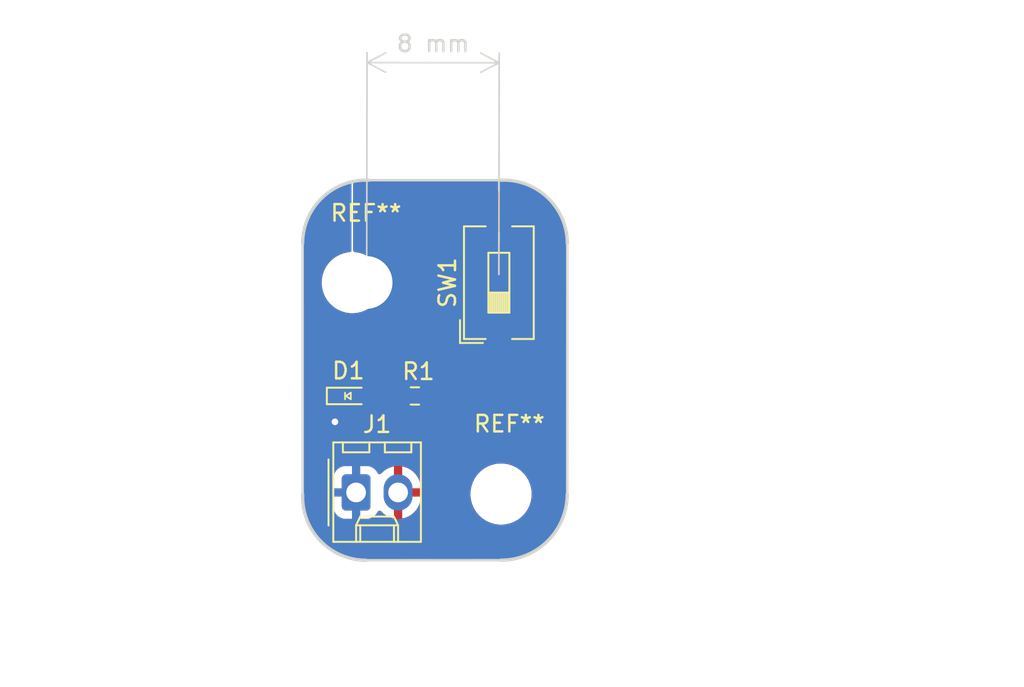
<source format=kicad_pcb>
(kicad_pcb (version 20221018) (generator pcbnew)
  (title_block (title "Onboarding LED Project") (date "2022-08-16") (rev "0.0") (company "Illini Solar Car") (comment 1 "Designed By: Martin Xu"))
  (layers (0 "F.Cu" signal) (31 "B.Cu" signal) (34 "B.Paste" user) (35 "F.Paste" user) (36 "B.SilkS" user "B.Silkscreen") (37 "F.SilkS" user "F.Silkscreen") (38 "B.Mask" user) (39 "F.Mask" user) (44 "Edge.Cuts" user))
  (net 0 "")
  (net 1 "GND")
  (net 2 "Net-(D1-A)")
  (net 3 "+3V3")
  (net 4 "Net-(R1-Pad1)")
  (footprint "MountingHole:MountingHole_3.2mm_M3" (layer "F.Cu") (at 62.83 92.19)
    (fp_text reference "REF**" (at 0 -4.2) (layer "F.SilkS"))
    (fp_text value "MountingHole_3.2mm_M3")
    (pad "" np_thru_hole circle (at 0 0) (size 3.2 3.2) (drill 3.2) (layers "*.Cu" "*.Mask"))
  )
  (footprint "MountingHole:MountingHole_3.2mm_M3" (layer "F.Cu") (at 71 105)
    (fp_text reference "REF**" (at 0.5 -4.25) (layer "F.SilkS"))
    (fp_text value "MountingHole_3.2mm_M3")
    (pad "" np_thru_hole circle (at 0 0) (size 3.2 3.2) (drill 3.2) (layers "*.Cu" "*.Mask"))
  )
  (footprint "Resistor_SMD:R_0603_1608Metric_Pad0.98x0.95mm_HandSolder" (layer "F.Cu") (at 65.786 99.06 180)
    (fp_text reference "R1" (at -0.214 1.485) (layer "F.SilkS"))
    (fp_text value "105")
    (fp_line (start -0.254724 -0.5225) (end 0.254724 -0.5225) (stroke (width 0.12)) (layer "F.SilkS"))
    (fp_line (start -0.254724 0.5225) (end 0.254724 0.5225) (stroke (width 0.12)) (layer "F.SilkS"))
    (pad "1" smd roundrect (at -0.9125 0 180) (size 0.975 0.95) (layers "F.Cu" "F.Paste" "F.Mask") (net 4 "Net-(R1-Pad1)"))
    (pad "2" smd roundrect (at 0.9125 0 180) (size 0.975 0.95) (layers "F.Cu" "F.Paste" "F.Mask") (net 2 "Net-(D1-A)"))
  )
  (footprint "Button_Switch_SMD:SW_DIP_SPSTx01_Slide_6.7x4.1mm_W8.61mm_P2.54mm_LowProfile" (layer "F.Cu") (at 70.866 92.202 90)
    (fp_text reference "SW1" (at 0 -3.11 90) (layer "F.SilkS"))
    (fp_text value "SW_Push")
    (fp_line (start -3.65 -2.35) (end -3.65 -0.967) (stroke (width 0.12)) (layer "F.SilkS"))
    (fp_line (start -3.65 -2.35) (end -2.267 -2.35) (stroke (width 0.12)) (layer "F.SilkS"))
    (fp_line (start -3.41 -2.11) (end -3.41 -0.8) (stroke (width 0.12)) (layer "F.SilkS"))
    (fp_line (start -3.41 -2.11) (end 3.41 -2.11) (stroke (width 0.12)) (layer "F.SilkS"))
    (fp_line (start -3.41 0.8) (end -3.41 2.11) (stroke (width 0.12)) (layer "F.SilkS"))
    (fp_line (start -3.41 2.11) (end 3.41 2.11) (stroke (width 0.12)) (layer "F.SilkS"))
    (fp_line (start -1.81 -0.635) (end -1.81 0.635) (stroke (width 0.12)) (layer "F.SilkS"))
    (fp_line (start -1.81 -0.515) (end -0.603333 -0.515) (stroke (width 0.12)) (layer "F.SilkS"))
    (fp_line (start -1.81 -0.395) (end -0.603333 -0.395) (stroke (width 0.12)) (layer "F.SilkS"))
    (fp_line (start -1.81 -0.275) (end -0.603333 -0.275) (stroke (width 0.12)) (layer "F.SilkS"))
    (fp_line (start -1.81 -0.155) (end -0.603333 -0.155) (stroke (width 0.12)) (layer "F.SilkS"))
    (fp_line (start -1.81 -0.035) (end -0.603333 -0.035) (stroke (width 0.12)) (layer "F.SilkS"))
    (fp_line (start -1.81 0.085) (end -0.603333 0.085) (stroke (width 0.12)) (layer "F.SilkS"))
    (fp_line (start -1.81 0.205) (end -0.603333 0.205) (stroke (width 0.12)) (layer "F.SilkS"))
    (fp_line (start -1.81 0.325) (end -0.603333 0.325) (stroke (width 0.12)) (layer "F.SilkS"))
    (fp_line (start -1.81 0.445) (end -0.603333 0.445) (stroke (width 0.12)) (layer "F.SilkS"))
    (fp_line (start -1.81 0.565) (end -0.603333 0.565) (stroke (width 0.12)) (layer "F.SilkS"))
    (fp_line (start -1.81 0.635) (end 1.81 0.635) (stroke (width 0.12)) (layer "F.SilkS"))
    (fp_line (start -0.603333 -0.635) (end -0.603333 0.635) (stroke (width 0.12)) (layer "F.SilkS"))
    (fp_line (start 1.81 -0.635) (end -1.81 -0.635) (stroke (width 0.12)) (layer "F.SilkS"))
    (fp_line (start 1.81 0.635) (end 1.81 -0.635) (stroke (width 0.12)) (layer "F.SilkS"))
    (fp_line (start 3.41 -2.11) (end 3.41 -0.8) (stroke (width 0.12)) (layer "F.SilkS"))
    (fp_line (start 3.41 0.8) (end 3.41 2.11) (stroke (width 0.12)) (layer "F.SilkS"))
    (pad "1" smd rect (at -4.305 0 90) (size 2.44 1.12) (layers "F.Cu" "F.Paste" "F.Mask") (net 3 "+3V3"))
    (pad "2" smd rect (at 4.305 0 90) (size 2.44 1.12) (layers "F.Cu" "F.Paste" "F.Mask") (net 4 "Net-(R1-Pad1)"))
  )
  (footprint "Connector_Molex:Molex_KK-254_AE-6410-02A_1x02_P2.54mm_Vertical" (layer "F.Cu") (at 62.23 104.902)
    (fp_text reference "J1" (at 1.27 -4.12) (layer "F.SilkS"))
    (fp_text value "Conn_01x02")
    (fp_line (start -1.67 -2) (end -1.67 2) (stroke (width 0.12)) (layer "F.SilkS"))
    (fp_line (start -1.38 -3.03) (end -1.38 2.99) (stroke (width 0.12)) (layer "F.SilkS"))
    (fp_line (start -1.38 2.99) (end 3.92 2.99) (stroke (width 0.12)) (layer "F.SilkS"))
    (fp_line (start -0.8 -3.03) (end -0.8 -2.43) (stroke (width 0.12)) (layer "F.SilkS"))
    (fp_line (start -0.8 -2.43) (end 0.8 -2.43) (stroke (width 0.12)) (layer "F.SilkS"))
    (fp_line (start 0 1.99) (end 0.25 1.46) (stroke (width 0.12)) (layer "F.SilkS"))
    (fp_line (start 0 1.99) (end 2.54 1.99) (stroke (width 0.12)) (layer "F.SilkS"))
    (fp_line (start 0 2.99) (end 0 1.99) (stroke (width 0.12)) (layer "F.SilkS"))
    (fp_line (start 0.25 1.46) (end 2.29 1.46) (stroke (width 0.12)) (layer "F.SilkS"))
    (fp_line (start 0.25 2.99) (end 0.25 1.99) (stroke (width 0.12)) (layer "F.SilkS"))
    (fp_line (start 0.8 -2.43) (end 0.8 -3.03) (stroke (width 0.12)) (layer "F.SilkS"))
    (fp_line (start 1.74 -3.03) (end 1.74 -2.43) (stroke (width 0.12)) (layer "F.SilkS"))
    (fp_line (start 1.74 -2.43) (end 3.34 -2.43) (stroke (width 0.12)) (layer "F.SilkS"))
    (fp_line (start 2.29 1.46) (end 2.54 1.99) (stroke (width 0.12)) (layer "F.SilkS"))
    (fp_line (start 2.29 2.99) (end 2.29 1.99) (stroke (width 0.12)) (layer "F.SilkS"))
    (fp_line (start 2.54 1.99) (end 2.54 2.99) (stroke (width 0.12)) (layer "F.SilkS"))
    (fp_line (start 3.34 -2.43) (end 3.34 -3.03) (stroke (width 0.12)) (layer "F.SilkS"))
    (fp_line (start 3.92 -3.03) (end -1.38 -3.03) (stroke (width 0.12)) (layer "F.SilkS"))
    (fp_line (start 3.92 2.99) (end 3.92 -3.03) (stroke (width 0.12)) (layer "F.SilkS"))
    (pad "1" thru_hole roundrect (at 0 0) (size 1.74 2.19) (drill 1.19) (layers "*.Cu" "*.Mask") (roundrect_rratio 0.143678) (net 1 "GND"))
    (pad "2" thru_hole oval (at 2.54 0) (size 1.74 2.19) (drill 1.19) (layers "*.Cu" "*.Mask") (net 3 "+3V3"))
  )
  (footprint "layout:LED_0603_Symbol_on_F.SilkS" (layer "F.Cu") (at 61.76 99.06)
    (fp_text reference "D1" (at 0 -1.524) (layer "F.SilkS"))
    (fp_text value "LED_RED")
    (fp_line (start -1.3 -0.5) (end -1.3 0.5) (stroke (width 0.12)) (layer "F.SilkS"))
    (fp_line (start -1.3 -0.5) (end 0.8 -0.5) (stroke (width 0.12)) (layer "F.SilkS"))
    (fp_line (start -1.3 0.5) (end 0.8 0.5) (stroke (width 0.12)) (layer "F.SilkS"))
    (fp_line (start -0.2 -0.2) (end -0.2 0.2) (stroke (width 0.1)) (layer "F.SilkS"))
    (fp_line (start -0.15 0) (end 0.15 -0.2) (stroke (width 0.1)) (layer "F.SilkS"))
    (fp_line (start 0.15 -0.2) (end 0.15 0.2) (stroke (width 0.1)) (layer "F.SilkS"))
    (fp_line (start 0.15 0.2) (end -0.15 0) (stroke (width 0.1)) (layer "F.SilkS"))
    (pad "1" smd rect (at -0.8 0 180) (size 0.8 0.8) (layers "F.Cu" "F.Paste" "F.Mask") (net 1 "GND"))
    (pad "2" smd rect (at 0.8 0 180) (size 0.8 0.8) (layers "F.Cu" "F.Paste" "F.Mask") (net 2 "Net-(D1-A)"))
  )
  (gr_line (start 63 86.000001) (end 71 86.000001) (stroke (width 0.15)) (layer "Edge.Cuts"))
  (gr_arc (start 62.828427 109.003842) (mid 60.058607 107.820042) (end 59.000001 105) (stroke (width 0.2)) (layer "Edge.Cuts"))
  (gr_line (start 75.003842 89.828427) (end 75 105) (stroke (width 0.15)) (layer "Edge.Cuts"))
  (gr_arc (start 71 86.000001) (mid 73.820042 87.058607) (end 75.003842 89.828427) (stroke (width 0.2)) (layer "Edge.Cuts"))
  (gr_line (start 59.000001 105) (end 58.996158 89.828427) (stroke (width 0.15)) (layer "Edge.Cuts"))
  (gr_line (start 71 109) (end 62.828427 109.003842) (stroke (width 0.15)) (layer "Edge.Cuts"))
  (gr_arc (start 58.996158 89.828427) (mid 60.179958 87.058607) (end 63 86.000001) (stroke (width 0.2)) (layer "Edge.Cuts"))
  (gr_arc (start 75 105) (mid 73.828427 107.828427) (end 71 109) (stroke (width 0.2)) (layer "Edge.Cuts"))
  (dimension (type aligned) (layer "Edge.Cuts") (pts (xy 70.866 92.202) (xy 62.87 92.19)) (height 13.316496) (gr_text "8 mm" (at 66.889711 77.72952 -0.08598659805) (layer "Edge.Cuts") (effects (font (size 1 1) (thickness 0.15)))) (format (prefix "") (suffix "") (units 3) (units_format 1) (precision 4) (override_value "8")) (style (thickness 0.1) (arrow_length 1.27) (text_position_mode 0) (extension_height 0.58642) (extension_offset 0.5) keep_text_aligned))
  (segment (start 60.96 99.06) (end 60.96 100.615) (width 0.25) (layer "F.Cu") (net 1))
  (segment (start 60.96 100.615) (end 60.95 100.625) (width 0.25) (layer "F.Cu") (net 1))
  (via (at 60.95 100.625) (size 0.8) (drill 0.4) (layers "F.Cu" "B.Cu") (net 1))
  (segment (start 64.8735 99.06) (end 62.56 99.06) (width 0.25) (layer "F.Cu") (net 2))
  (segment (start 69.228 87.897) (end 67.325 89.8) (width 0.25) (layer "F.Cu") (net 4))
  (segment (start 66.6985 96.3015) (end 66.6985 99.06) (width 0.25) (layer "F.Cu") (net 4))
  (segment (start 67.325 89.8) (end 67.325 95.675) (width 0.25) (layer "F.Cu") (net 4))
  (segment (start 70.866 87.897) (end 69.228 87.897) (width 0.25) (layer "F.Cu") (net 4))
  (segment (start 67.325 95.675) (end 66.6985 96.3015) (width 0.25) (layer "F.Cu") (net 4))
  (zone (net 3) (net_name "+3V3") (layer "F.Cu") (connect_pads (clearance 0.508)) (min_thickness 0.25) (fill yes (thermal_gap 0.5) (thermal_bridge_width 0.5))
    (polygon (pts (xy 59 86) (xy 75 86) (xy 75 109) (xy 59 109)))
  )
  (zone (net 1) (net_name "GND") (layer "B.Cu") (priority 1) (connect_pads (clearance 0.508)) (min_thickness 0.25) (fill yes (thermal_gap 0.5) (thermal_bridge_width 0.5))
    (polygon (pts (xy 59 86) (xy 75 86) (xy 75 109) (xy 59 109)))
  )
)
</source>
